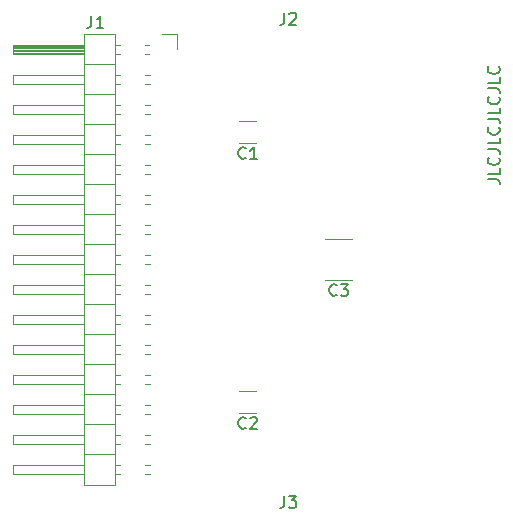
<source format=gto>
%TF.GenerationSoftware,KiCad,Pcbnew,6.0.0*%
%TF.CreationDate,2022-01-23T14:05:38+02:00*%
%TF.ProjectId,colorlight-i5-ethernet,636f6c6f-726c-4696-9768-742d69352d65,rev?*%
%TF.SameCoordinates,Original*%
%TF.FileFunction,Legend,Top*%
%TF.FilePolarity,Positive*%
%FSLAX46Y46*%
G04 Gerber Fmt 4.6, Leading zero omitted, Abs format (unit mm)*
G04 Created by KiCad (PCBNEW 6.0.0) date 2022-01-23 14:05:38*
%MOMM*%
%LPD*%
G01*
G04 APERTURE LIST*
%ADD10C,0.150000*%
%ADD11C,0.120000*%
G04 APERTURE END LIST*
D10*
X63132380Y-36419047D02*
X63846666Y-36419047D01*
X63989523Y-36466666D01*
X64084761Y-36561904D01*
X64132380Y-36704761D01*
X64132380Y-36800000D01*
X64132380Y-35466666D02*
X64132380Y-35942857D01*
X63132380Y-35942857D01*
X64037142Y-34561904D02*
X64084761Y-34609523D01*
X64132380Y-34752380D01*
X64132380Y-34847619D01*
X64084761Y-34990476D01*
X63989523Y-35085714D01*
X63894285Y-35133333D01*
X63703809Y-35180952D01*
X63560952Y-35180952D01*
X63370476Y-35133333D01*
X63275238Y-35085714D01*
X63180000Y-34990476D01*
X63132380Y-34847619D01*
X63132380Y-34752380D01*
X63180000Y-34609523D01*
X63227619Y-34561904D01*
X63132380Y-33847619D02*
X63846666Y-33847619D01*
X63989523Y-33895238D01*
X64084761Y-33990476D01*
X64132380Y-34133333D01*
X64132380Y-34228571D01*
X64132380Y-32895238D02*
X64132380Y-33371428D01*
X63132380Y-33371428D01*
X64037142Y-31990476D02*
X64084761Y-32038095D01*
X64132380Y-32180952D01*
X64132380Y-32276190D01*
X64084761Y-32419047D01*
X63989523Y-32514285D01*
X63894285Y-32561904D01*
X63703809Y-32609523D01*
X63560952Y-32609523D01*
X63370476Y-32561904D01*
X63275238Y-32514285D01*
X63180000Y-32419047D01*
X63132380Y-32276190D01*
X63132380Y-32180952D01*
X63180000Y-32038095D01*
X63227619Y-31990476D01*
X63132380Y-31276190D02*
X63846666Y-31276190D01*
X63989523Y-31323809D01*
X64084761Y-31419047D01*
X64132380Y-31561904D01*
X64132380Y-31657142D01*
X64132380Y-30323809D02*
X64132380Y-30800000D01*
X63132380Y-30800000D01*
X64037142Y-29419047D02*
X64084761Y-29466666D01*
X64132380Y-29609523D01*
X64132380Y-29704761D01*
X64084761Y-29847619D01*
X63989523Y-29942857D01*
X63894285Y-29990476D01*
X63703809Y-30038095D01*
X63560952Y-30038095D01*
X63370476Y-29990476D01*
X63275238Y-29942857D01*
X63180000Y-29847619D01*
X63132380Y-29704761D01*
X63132380Y-29609523D01*
X63180000Y-29466666D01*
X63227619Y-29419047D01*
X63132380Y-28704761D02*
X63846666Y-28704761D01*
X63989523Y-28752380D01*
X64084761Y-28847619D01*
X64132380Y-28990476D01*
X64132380Y-29085714D01*
X64132380Y-27752380D02*
X64132380Y-28228571D01*
X63132380Y-28228571D01*
X64037142Y-26847619D02*
X64084761Y-26895238D01*
X64132380Y-27038095D01*
X64132380Y-27133333D01*
X64084761Y-27276190D01*
X63989523Y-27371428D01*
X63894285Y-27419047D01*
X63703809Y-27466666D01*
X63560952Y-27466666D01*
X63370476Y-27419047D01*
X63275238Y-27371428D01*
X63180000Y-27276190D01*
X63132380Y-27133333D01*
X63132380Y-27038095D01*
X63180000Y-26895238D01*
X63227619Y-26847619D01*
%TO.C,J2*%
X45894666Y-22312380D02*
X45894666Y-23026666D01*
X45847047Y-23169523D01*
X45751809Y-23264761D01*
X45608952Y-23312380D01*
X45513714Y-23312380D01*
X46323238Y-22407619D02*
X46370857Y-22360000D01*
X46466095Y-22312380D01*
X46704190Y-22312380D01*
X46799428Y-22360000D01*
X46847047Y-22407619D01*
X46894666Y-22502857D01*
X46894666Y-22598095D01*
X46847047Y-22740952D01*
X46275619Y-23312380D01*
X46894666Y-23312380D01*
%TO.C,J3*%
X45894666Y-63206380D02*
X45894666Y-63920666D01*
X45847047Y-64063523D01*
X45751809Y-64158761D01*
X45608952Y-64206380D01*
X45513714Y-64206380D01*
X46275619Y-63206380D02*
X46894666Y-63206380D01*
X46561333Y-63587333D01*
X46704190Y-63587333D01*
X46799428Y-63634952D01*
X46847047Y-63682571D01*
X46894666Y-63777809D01*
X46894666Y-64015904D01*
X46847047Y-64111142D01*
X46799428Y-64158761D01*
X46704190Y-64206380D01*
X46418476Y-64206380D01*
X46323238Y-64158761D01*
X46275619Y-64111142D01*
%TO.C,J1*%
X29571666Y-22582380D02*
X29571666Y-23296666D01*
X29524047Y-23439523D01*
X29428809Y-23534761D01*
X29285952Y-23582380D01*
X29190714Y-23582380D01*
X30571666Y-23582380D02*
X30000238Y-23582380D01*
X30285952Y-23582380D02*
X30285952Y-22582380D01*
X30190714Y-22725238D01*
X30095476Y-22820476D01*
X30000238Y-22868095D01*
%TO.C,C3*%
X50333333Y-46187142D02*
X50285714Y-46234761D01*
X50142857Y-46282380D01*
X50047619Y-46282380D01*
X49904761Y-46234761D01*
X49809523Y-46139523D01*
X49761904Y-46044285D01*
X49714285Y-45853809D01*
X49714285Y-45710952D01*
X49761904Y-45520476D01*
X49809523Y-45425238D01*
X49904761Y-45330000D01*
X50047619Y-45282380D01*
X50142857Y-45282380D01*
X50285714Y-45330000D01*
X50333333Y-45377619D01*
X50666666Y-45282380D02*
X51285714Y-45282380D01*
X50952380Y-45663333D01*
X51095238Y-45663333D01*
X51190476Y-45710952D01*
X51238095Y-45758571D01*
X51285714Y-45853809D01*
X51285714Y-46091904D01*
X51238095Y-46187142D01*
X51190476Y-46234761D01*
X51095238Y-46282380D01*
X50809523Y-46282380D01*
X50714285Y-46234761D01*
X50666666Y-46187142D01*
%TO.C,C2*%
X42632333Y-57452142D02*
X42584714Y-57499761D01*
X42441857Y-57547380D01*
X42346619Y-57547380D01*
X42203761Y-57499761D01*
X42108523Y-57404523D01*
X42060904Y-57309285D01*
X42013285Y-57118809D01*
X42013285Y-56975952D01*
X42060904Y-56785476D01*
X42108523Y-56690238D01*
X42203761Y-56595000D01*
X42346619Y-56547380D01*
X42441857Y-56547380D01*
X42584714Y-56595000D01*
X42632333Y-56642619D01*
X43013285Y-56642619D02*
X43060904Y-56595000D01*
X43156142Y-56547380D01*
X43394238Y-56547380D01*
X43489476Y-56595000D01*
X43537095Y-56642619D01*
X43584714Y-56737857D01*
X43584714Y-56833095D01*
X43537095Y-56975952D01*
X42965666Y-57547380D01*
X43584714Y-57547380D01*
%TO.C,C1*%
X42632333Y-34592142D02*
X42584714Y-34639761D01*
X42441857Y-34687380D01*
X42346619Y-34687380D01*
X42203761Y-34639761D01*
X42108523Y-34544523D01*
X42060904Y-34449285D01*
X42013285Y-34258809D01*
X42013285Y-34115952D01*
X42060904Y-33925476D01*
X42108523Y-33830238D01*
X42203761Y-33735000D01*
X42346619Y-33687380D01*
X42441857Y-33687380D01*
X42584714Y-33735000D01*
X42632333Y-33782619D01*
X43584714Y-34687380D02*
X43013285Y-34687380D01*
X43299000Y-34687380D02*
X43299000Y-33687380D01*
X43203761Y-33830238D01*
X43108523Y-33925476D01*
X43013285Y-33973095D01*
D11*
%TO.C,J1*%
X31580000Y-24070000D02*
X31580000Y-62290000D01*
X31580000Y-62290000D02*
X28920000Y-62290000D01*
X28920000Y-62290000D02*
X28920000Y-24070000D01*
X28920000Y-24070000D02*
X31580000Y-24070000D01*
X28920000Y-25020000D02*
X22920000Y-25020000D01*
X22920000Y-25020000D02*
X22920000Y-25780000D01*
X22920000Y-25780000D02*
X28920000Y-25780000D01*
X28920000Y-25080000D02*
X22920000Y-25080000D01*
X28920000Y-25200000D02*
X22920000Y-25200000D01*
X28920000Y-25320000D02*
X22920000Y-25320000D01*
X28920000Y-25440000D02*
X22920000Y-25440000D01*
X28920000Y-25560000D02*
X22920000Y-25560000D01*
X28920000Y-25680000D02*
X22920000Y-25680000D01*
X31977071Y-25020000D02*
X31580000Y-25020000D01*
X31977071Y-25780000D02*
X31580000Y-25780000D01*
X34450000Y-25020000D02*
X34062929Y-25020000D01*
X34450000Y-25780000D02*
X34062929Y-25780000D01*
X31580000Y-26670000D02*
X28920000Y-26670000D01*
X28920000Y-27560000D02*
X22920000Y-27560000D01*
X22920000Y-27560000D02*
X22920000Y-28320000D01*
X22920000Y-28320000D02*
X28920000Y-28320000D01*
X31977071Y-27560000D02*
X31580000Y-27560000D01*
X31977071Y-28320000D02*
X31580000Y-28320000D01*
X34517071Y-27560000D02*
X34062929Y-27560000D01*
X34517071Y-28320000D02*
X34062929Y-28320000D01*
X31580000Y-29210000D02*
X28920000Y-29210000D01*
X28920000Y-30100000D02*
X22920000Y-30100000D01*
X22920000Y-30100000D02*
X22920000Y-30860000D01*
X22920000Y-30860000D02*
X28920000Y-30860000D01*
X31977071Y-30100000D02*
X31580000Y-30100000D01*
X31977071Y-30860000D02*
X31580000Y-30860000D01*
X34517071Y-30100000D02*
X34062929Y-30100000D01*
X34517071Y-30860000D02*
X34062929Y-30860000D01*
X31580000Y-31750000D02*
X28920000Y-31750000D01*
X28920000Y-32640000D02*
X22920000Y-32640000D01*
X22920000Y-32640000D02*
X22920000Y-33400000D01*
X22920000Y-33400000D02*
X28920000Y-33400000D01*
X31977071Y-32640000D02*
X31580000Y-32640000D01*
X31977071Y-33400000D02*
X31580000Y-33400000D01*
X34517071Y-32640000D02*
X34062929Y-32640000D01*
X34517071Y-33400000D02*
X34062929Y-33400000D01*
X31580000Y-34290000D02*
X28920000Y-34290000D01*
X28920000Y-35180000D02*
X22920000Y-35180000D01*
X22920000Y-35180000D02*
X22920000Y-35940000D01*
X22920000Y-35940000D02*
X28920000Y-35940000D01*
X31977071Y-35180000D02*
X31580000Y-35180000D01*
X31977071Y-35940000D02*
X31580000Y-35940000D01*
X34517071Y-35180000D02*
X34062929Y-35180000D01*
X34517071Y-35940000D02*
X34062929Y-35940000D01*
X31580000Y-36830000D02*
X28920000Y-36830000D01*
X28920000Y-37720000D02*
X22920000Y-37720000D01*
X22920000Y-37720000D02*
X22920000Y-38480000D01*
X22920000Y-38480000D02*
X28920000Y-38480000D01*
X31977071Y-37720000D02*
X31580000Y-37720000D01*
X31977071Y-38480000D02*
X31580000Y-38480000D01*
X34517071Y-37720000D02*
X34062929Y-37720000D01*
X34517071Y-38480000D02*
X34062929Y-38480000D01*
X31580000Y-39370000D02*
X28920000Y-39370000D01*
X28920000Y-40260000D02*
X22920000Y-40260000D01*
X22920000Y-40260000D02*
X22920000Y-41020000D01*
X22920000Y-41020000D02*
X28920000Y-41020000D01*
X31977071Y-40260000D02*
X31580000Y-40260000D01*
X31977071Y-41020000D02*
X31580000Y-41020000D01*
X34517071Y-40260000D02*
X34062929Y-40260000D01*
X34517071Y-41020000D02*
X34062929Y-41020000D01*
X31580000Y-41910000D02*
X28920000Y-41910000D01*
X28920000Y-42800000D02*
X22920000Y-42800000D01*
X22920000Y-42800000D02*
X22920000Y-43560000D01*
X22920000Y-43560000D02*
X28920000Y-43560000D01*
X31977071Y-42800000D02*
X31580000Y-42800000D01*
X31977071Y-43560000D02*
X31580000Y-43560000D01*
X34517071Y-42800000D02*
X34062929Y-42800000D01*
X34517071Y-43560000D02*
X34062929Y-43560000D01*
X31580000Y-44450000D02*
X28920000Y-44450000D01*
X28920000Y-45340000D02*
X22920000Y-45340000D01*
X22920000Y-45340000D02*
X22920000Y-46100000D01*
X22920000Y-46100000D02*
X28920000Y-46100000D01*
X31977071Y-45340000D02*
X31580000Y-45340000D01*
X31977071Y-46100000D02*
X31580000Y-46100000D01*
X34517071Y-45340000D02*
X34062929Y-45340000D01*
X34517071Y-46100000D02*
X34062929Y-46100000D01*
X31580000Y-46990000D02*
X28920000Y-46990000D01*
X28920000Y-47880000D02*
X22920000Y-47880000D01*
X22920000Y-47880000D02*
X22920000Y-48640000D01*
X22920000Y-48640000D02*
X28920000Y-48640000D01*
X31977071Y-47880000D02*
X31580000Y-47880000D01*
X31977071Y-48640000D02*
X31580000Y-48640000D01*
X34517071Y-47880000D02*
X34062929Y-47880000D01*
X34517071Y-48640000D02*
X34062929Y-48640000D01*
X31580000Y-49530000D02*
X28920000Y-49530000D01*
X28920000Y-50420000D02*
X22920000Y-50420000D01*
X22920000Y-50420000D02*
X22920000Y-51180000D01*
X22920000Y-51180000D02*
X28920000Y-51180000D01*
X31977071Y-50420000D02*
X31580000Y-50420000D01*
X31977071Y-51180000D02*
X31580000Y-51180000D01*
X34517071Y-50420000D02*
X34062929Y-50420000D01*
X34517071Y-51180000D02*
X34062929Y-51180000D01*
X31580000Y-52070000D02*
X28920000Y-52070000D01*
X28920000Y-52960000D02*
X22920000Y-52960000D01*
X22920000Y-52960000D02*
X22920000Y-53720000D01*
X22920000Y-53720000D02*
X28920000Y-53720000D01*
X31977071Y-52960000D02*
X31580000Y-52960000D01*
X31977071Y-53720000D02*
X31580000Y-53720000D01*
X34517071Y-52960000D02*
X34062929Y-52960000D01*
X34517071Y-53720000D02*
X34062929Y-53720000D01*
X31580000Y-54610000D02*
X28920000Y-54610000D01*
X28920000Y-55500000D02*
X22920000Y-55500000D01*
X22920000Y-55500000D02*
X22920000Y-56260000D01*
X22920000Y-56260000D02*
X28920000Y-56260000D01*
X31977071Y-55500000D02*
X31580000Y-55500000D01*
X31977071Y-56260000D02*
X31580000Y-56260000D01*
X34517071Y-55500000D02*
X34062929Y-55500000D01*
X34517071Y-56260000D02*
X34062929Y-56260000D01*
X31580000Y-57150000D02*
X28920000Y-57150000D01*
X28920000Y-58040000D02*
X22920000Y-58040000D01*
X22920000Y-58040000D02*
X22920000Y-58800000D01*
X22920000Y-58800000D02*
X28920000Y-58800000D01*
X31977071Y-58040000D02*
X31580000Y-58040000D01*
X31977071Y-58800000D02*
X31580000Y-58800000D01*
X34517071Y-58040000D02*
X34062929Y-58040000D01*
X34517071Y-58800000D02*
X34062929Y-58800000D01*
X31580000Y-59690000D02*
X28920000Y-59690000D01*
X28920000Y-60580000D02*
X22920000Y-60580000D01*
X22920000Y-60580000D02*
X22920000Y-61340000D01*
X22920000Y-61340000D02*
X28920000Y-61340000D01*
X31977071Y-60580000D02*
X31580000Y-60580000D01*
X31977071Y-61340000D02*
X31580000Y-61340000D01*
X34517071Y-60580000D02*
X34062929Y-60580000D01*
X34517071Y-61340000D02*
X34062929Y-61340000D01*
X36830000Y-25400000D02*
X36830000Y-24130000D01*
X36830000Y-24130000D02*
X35560000Y-24130000D01*
%TO.C,C3*%
X51661252Y-44890000D02*
X49338748Y-44890000D01*
X51661252Y-41470000D02*
X49338748Y-41470000D01*
%TO.C,C2*%
X43510252Y-56155000D02*
X42087748Y-56155000D01*
X43510252Y-54335000D02*
X42087748Y-54335000D01*
%TO.C,C1*%
X43510252Y-33295000D02*
X42087748Y-33295000D01*
X43510252Y-31475000D02*
X42087748Y-31475000D01*
%TD*%
M02*

</source>
